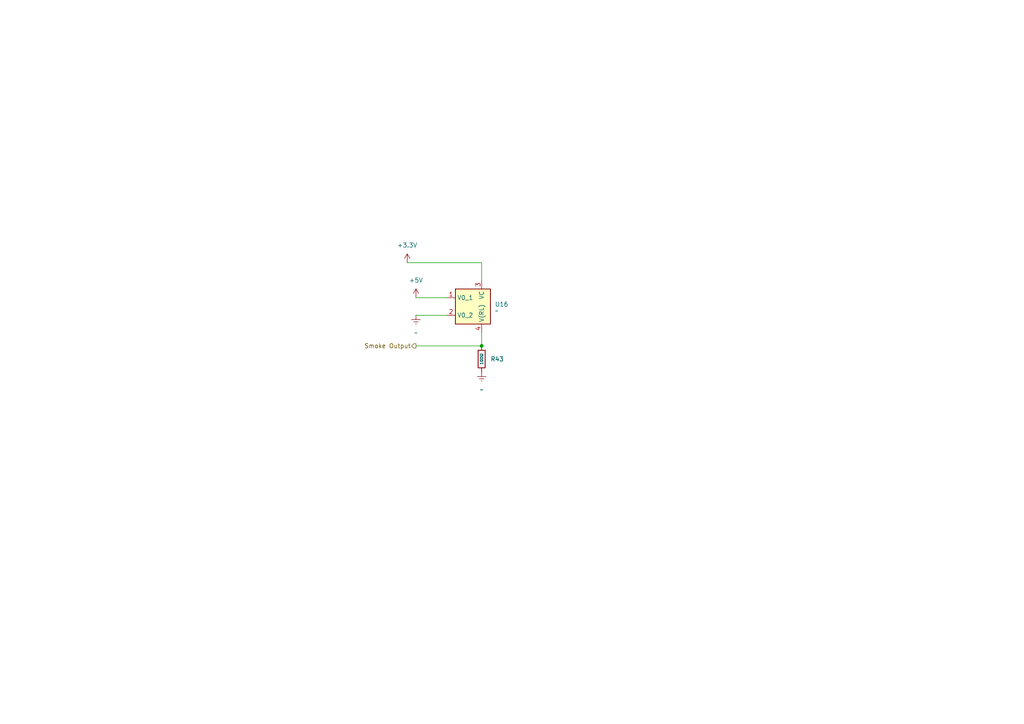
<source format=kicad_sch>
(kicad_sch (version 20250114) (generator "eeschema") (generator_version "9.0")
  (paper "A4")
  (lib_symbols
    (symbol "PCM_JLCPCB-Resistors:0805,100Ω" (pin_numbers (hide yes)) (pin_names (offset 0))
      (property "Reference" "R" (at 1.778 0 0))
      (property "Value" "100Ω" (at 0 0 90))
      (symbol "0805,100Ω_0_1"
        (rectangle (start -1.016 2.54) (end 1.016 -2.54) (stroke (width 0.254)))
      )
      (symbol "0805,100Ω_1_1"
        (pin passive line (at 0 3.81 270) (length 1.27) (name "~") (number "1"))
        (pin passive line (at 0 -3.81 90) (length 1.27) (name "~") (number "2"))
      )
    )
    (symbol "SHT1x_1"
      (property "Reference" "U" (at -3.81 -6.35 0))
      (symbol "SHT1x_1_0_1"
        (rectangle (start 5.08 -5.08) (end -5.08 5.08) (stroke (width 0.254)) (fill (type background)))
      )
      (symbol "SHT1x_1_1_1"
        (pin output line (at -7.62 2.54 0) (length 2.54) (name "V0_1") (number "1"))
        (pin input line (at -7.62 -2.54 0) (length 2.54) (name "V0_2") (number "2"))
        (pin power_in line (at 2.54 7.62 270) (length 2.54) (name "VC") (number "3"))
        (pin power_out line (at 2.54 -7.62 90) (length 2.54) (name "V(RL)") (number "4"))
      )
    )
    (symbol "power:+3.3V" (power) (pin_numbers (hide yes)) (pin_names (offset 0) (hide yes))
      (property "Value" "+3.3V" (at 0 3.556 0))
      (symbol "+3.3V_0_1"
        (polyline (pts (xy -0.762 1.27) (xy 0 2.54)))
        (polyline (pts (xy 0 2.54) (xy 0.762 1.27)))
        (polyline (pts (xy 0 0) (xy 0 2.54)))
      )
      (symbol "+3.3V_1_1"
        (pin power_in line (at 0 0 90) (length 0) (name "~") (number "1"))
      )
    )
    (symbol "power:+5V" (power) (pin_numbers (hide yes)) (pin_names (offset 0) (hide yes))
      (property "Value" "+5V" (at 0 3.556 0))
      (symbol "+5V_0_1"
        (polyline (pts (xy -0.762 1.27) (xy 0 2.54)))
        (polyline (pts (xy 0 2.54) (xy 0.762 1.27)))
        (polyline (pts (xy 0 0) (xy 0 2.54)))
      )
      (symbol "+5V_1_1"
        (pin power_in line (at 0 0 90) (length 0) (name "~") (number "1"))
      )
    )
    (symbol "power:Earth" (power) (pin_numbers (hide yes)) (pin_names (offset 0) (hide yes))
      (property "Value" "Earth" (at 0 -3.81 0))
      (symbol "Earth_0_1"
        (polyline (pts (xy -0.635 -1.905) (xy 0.635 -1.905)))
        (polyline (pts (xy -0.127 -2.54) (xy 0.127 -2.54)))
        (polyline (pts (xy 0 -1.27) (xy 0 0)))
        (polyline (pts (xy 1.27 -1.27) (xy -1.27 -1.27)))
      )
      (symbol "Earth_1_1"
        (pin power_in line (at 0 0 270) (length 0) (name "~") (number "1"))
      )
    )
  )
  (junction (at 139.7 100.33))
  (wire (pts (xy 139.7 76.2) (xy 139.7 81.28)))
  (wire (pts (xy 120.65 91.44) (xy 129.54 91.44)))
  (wire (pts (xy 120.65 100.33) (xy 139.7 100.33)))
  (wire (pts (xy 139.7 100.33) (xy 139.7 96.52)))
  (wire (pts (xy 120.65 86.36) (xy 129.54 86.36)))
  (wire (pts (xy 118.11 76.2) (xy 139.7 76.2)))
  (hierarchical_label "Smoke Output" (shape output) (at 120.65 100.33 180))
  (symbol (lib_id "power:+5V") (at 120.65 86.36 0) (unit 1)
    (property "Reference" "#PWR0117" (effects (hide yes)))
    (property "Value" "+5V" (at 120.65 81.28 0))
    (property "Description" "Power symbol creates a global label with name \"+5V\"" (effects (hide yes)))
  )
  (symbol (lib_id "PCM_JLCPCB-Resistors:0805,100Ω") (at 139.7 104.14 0) (unit 1)
    (property "Reference" "R43" (at 142.24 104.1399 0) (effects (justify left)))
    (property "Value" "100Ω" (at 139.7 104.14 90) (effects (font (size 0.8 0.8))))
    (property "Footprint" "PCM_JLCPCB:R_0805" (effects (hide yes)))
    (property "Datasheet" "https://www.lcsc.com/datasheet/lcsc_datasheet_2411221126_UNI-ROYAL-Uniroyal-Elec-0805W8F1000T5E_C17408.pdf" (effects (hide yes)))
    (property "Description" "125mW Thick Film Resistors 150V ±100ppm/°C ±1% 100Ω 0805 Chip Resistor - Surface Mount ROHS" (effects (hide yes)))
    (property "LCSC" "C17408" (effects (hide yes)))
    (property "Stock" "3059166" (effects (hide yes)))
    (property "Price" "0.005USD" (effects (hide yes)))
    (property "Process" "SMT" (effects (hide yes)))
    (property "Minimum Qty" "20" (effects (hide yes)))
    (property "Attrition Qty" "10" (effects (hide yes)))
    (property "Class" "Basic Component" (effects (hide yes)))
    (property "Category" "Resistors,Chip Resistor - Surface Mount" (effects (hide yes)))
    (property "Manufacturer" "UNI-ROYAL(Uniroyal Elec)" (effects (hide yes)))
    (property "Part" "0805W8F1000T5E" (effects (hide yes)))
    (property "Resistance" "100Ω" (effects (hide yes)))
    (property "Power(Watts)" "125mW" (effects (hide yes)))
    (property "Type" "Thick Film Resistors" (effects (hide yes)))
    (property "Overload Voltage (Max)" "150V" (effects (hide yes)))
    (property "Operating Temperature Range" "-55°C~+155°C" (effects (hide yes)))
    (property "Tolerance" "±1%" (effects (hide yes)))
    (property "Temperature Coefficient" "±100ppm/°C" (effects (hide yes)))
  )
  (symbol (lib_name "SHT1x_1") (lib_id "Sensor:SHT1x") (at 137.16 88.9 0) (unit 1)
    (property "Reference" "U16" (at 143.51 88.2649 0) (effects (justify left)))
    (property "Value" "~" (at 143.51 90.17 0) (effects (justify left)))
    (property "Footprint" "ForTaylanLibrary:TO-33-4_Window-Taylan" (effects (hide yes)))
    (property "Datasheet" "https://www.lcsc.com/datasheet/lcsc_datasheet_2303300930_Saiya-Sensor-SY1B_C5380082.pdf" (effects (hide yes)))
    (property "Description" "Smoke Detector" (effects (hide yes)))
    (property "LCSC" "C5380082" (effects (hide yes)))
  )
  (symbol (lib_id "power:Earth") (at 139.7 107.95 0) (unit 1)
    (property "Reference" "#PWR0119" (effects (hide yes)))
    (property "Value" "~" (at 139.7 113.03 0))
    (property "Description" "Power symbol creates a global label with name \"Earth\"" (effects (hide yes)))
  )
  (symbol (lib_id "power:Earth") (at 120.65 91.44 0) (unit 1)
    (property "Reference" "#PWR0118" (effects (hide yes)))
    (property "Value" "~" (at 120.65 96.52 0))
    (property "Description" "Power symbol creates a global label with name \"Earth\"" (effects (hide yes)))
  )
  (symbol (lib_id "power:+3.3V") (at 118.11 76.2 0) (unit 1)
    (property "Reference" "#PWR0116" (effects (hide yes)))
    (property "Value" "+3.3V" (at 118.11 71.12 0))
    (property "Description" "Power symbol creates a global label with name \"+3.3V\"" (effects (hide yes)))
  )
)
</source>
